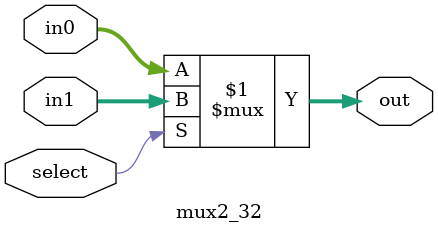
<source format=v>
module mux2_32(out, select, in0, in1);
    input select;
    input [31:0] in0, in1;
    output [31:0] out;
    assign out = select ? in1 : in0;
endmodule
</source>
